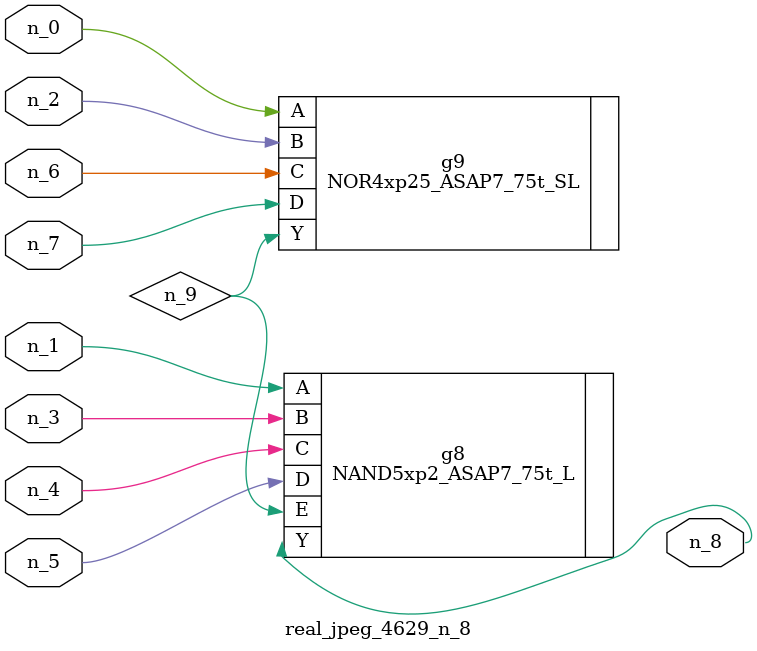
<source format=v>
module real_jpeg_4629_n_8 (n_5, n_4, n_0, n_1, n_2, n_6, n_7, n_3, n_8);

input n_5;
input n_4;
input n_0;
input n_1;
input n_2;
input n_6;
input n_7;
input n_3;

output n_8;

wire n_9;

NOR4xp25_ASAP7_75t_SL g9 ( 
.A(n_0),
.B(n_2),
.C(n_6),
.D(n_7),
.Y(n_9)
);

NAND5xp2_ASAP7_75t_L g8 ( 
.A(n_1),
.B(n_3),
.C(n_4),
.D(n_5),
.E(n_9),
.Y(n_8)
);


endmodule
</source>
